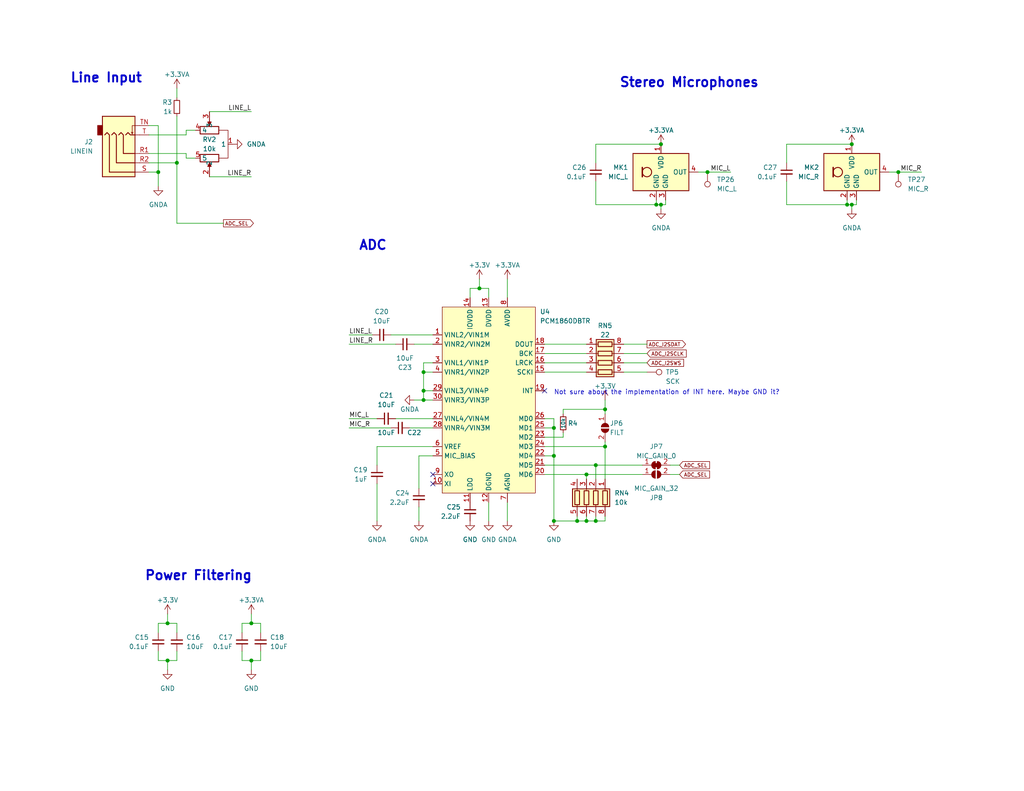
<source format=kicad_sch>
(kicad_sch (version 20230121) (generator eeschema)
  (paper "A")
  (title_block (title "pico_synth_sandbox - I2S ADC") (date "2023-11-30") (rev "2") (comment 3 "pico-synth-sandbox.dcdalrymple.com") (comment 4 "D Cooper Dalrymple"))
  (lib_symbols
    (symbol "Connector:TestPoint" (pin_numbers hide) (pin_names (offset 0.762) hide)
      (property "Reference" "TP" (at 0 6.858 0))
      (property "Value" "TestPoint" (at 0 5.08 0))
      (symbol "TestPoint_0_1"
        (circle (center 0 3.302) (radius 0.762))
      )
      (symbol "TestPoint_1_1"
        (pin passive line (at 0 0 90) (length 2.54) (name "1") (number "1"))
      )
    )
    (symbol "Connector_Audio:AudioJack4_SwitchT1"
      (property "Reference" "J" (at 0 11.43 0))
      (property "Value" "AudioJack4_SwitchT1" (at 0 8.89 0))
      (symbol "AudioJack4_SwitchT1_0_1"
        (rectangle (start -7.62 -5.08) (end -8.89 -7.62) (stroke (width 0.254)) (fill (type outline)))
        (polyline (pts (xy 1.27 -5.08) (xy 2.54 -5.08)))
        (polyline (pts (xy 1.27 2.54) (xy 2.54 2.54)))
        (polyline (pts (xy 2.54 0) (xy 1.27 0)))
        (polyline (pts (xy 2.54 5.08) (xy 1.27 5.08)))
        (rectangle (start 1.27 6.35) (end -7.62 -10.16) (stroke (width 0.254)) (fill (type background)))
      )
      (symbol "AudioJack4_SwitchT1_1_1"
        (polyline (pts (xy 0.508 -5.334) (xy 0.762 -5.842)))
        (polyline (pts (xy -1.27 -5.08) (xy -0.635 -5.715) (xy 0 -5.08) (xy 1.27 -5.08)) (stroke (width 0.254)))
        (polyline (pts (xy 2.54 -7.62) (xy 0.508 -7.62) (xy 0.508 -5.334) (xy 0.254 -5.842)))
        (polyline (pts (xy -3.175 -5.08) (xy -2.54 -5.715) (xy -1.905 -5.08) (xy -1.905 0) (xy 1.27 0)) (stroke (width 0.254)))
        (polyline (pts (xy 1.27 2.54) (xy -3.81 2.54) (xy -3.81 -5.08) (xy -4.445 -5.715) (xy -5.08 -5.08)) (stroke (width 0.254)))
        (polyline (pts (xy 1.27 5.08) (xy -5.715 5.08) (xy -5.715 -5.08) (xy -6.35 -5.715) (xy -6.985 -5.08)) (stroke (width 0.254)))
        (pin passive line (at 5.08 0 180) (length 2.54) (name "~") (number "R1"))
        (pin passive line (at 5.08 2.54 180) (length 2.54) (name "~") (number "R2"))
        (pin passive line (at 5.08 5.08 180) (length 2.54) (name "~") (number "S"))
        (pin passive line (at 5.08 -5.08 180) (length 2.54) (name "~") (number "T"))
        (pin passive line (at 5.08 -7.62 180) (length 2.54) (name "~") (number "TN"))
      )
    )
    (symbol "Device:C_Small" (pin_numbers hide) (pin_names (offset 0.254) hide)
      (property "Reference" "C" (at 0.254 1.778 0))
      (property "Value" "C_Small" (at 0.254 -2.032 0))
      (symbol "C_Small_0_1"
        (polyline (pts (xy -1.524 -0.508) (xy 1.524 -0.508)) (stroke (width 0.3302)))
        (polyline (pts (xy -1.524 0.508) (xy 1.524 0.508)) (stroke (width 0.3048)))
      )
      (symbol "C_Small_1_1"
        (pin passive line (at 0 2.54 270) (length 2.032) (name "~") (number "1"))
        (pin passive line (at 0 -2.54 90) (length 2.032) (name "~") (number "2"))
      )
    )
    (symbol "Device:R_Pack04" (pin_names (offset 0) hide)
      (property "Reference" "RN" (at -7.62 0 90))
      (property "Value" "R_Pack04" (at 5.08 0 90))
      (symbol "R_Pack04_0_1"
        (rectangle (start -6.35 -2.413) (end 3.81 2.413) (stroke (width 0.254)) (fill (type background)))
        (rectangle (start -5.715 1.905) (end -4.445 -1.905) (stroke (width 0.254)))
        (rectangle (start -3.175 1.905) (end -1.905 -1.905) (stroke (width 0.254)))
        (rectangle (start -0.635 1.905) (end 0.635 -1.905) (stroke (width 0.254)))
        (polyline (pts (xy -5.08 -2.54) (xy -5.08 -1.905)))
        (polyline (pts (xy -5.08 1.905) (xy -5.08 2.54)))
        (polyline (pts (xy -2.54 -2.54) (xy -2.54 -1.905)))
        (polyline (pts (xy -2.54 1.905) (xy -2.54 2.54)))
        (polyline (pts (xy 0 -2.54) (xy 0 -1.905)))
        (polyline (pts (xy 0 1.905) (xy 0 2.54)))
        (polyline (pts (xy 2.54 -2.54) (xy 2.54 -1.905)))
        (polyline (pts (xy 2.54 1.905) (xy 2.54 2.54)))
        (rectangle (start 1.905 1.905) (end 3.175 -1.905) (stroke (width 0.254)))
      )
      (symbol "R_Pack04_1_1"
        (pin passive line (at -5.08 -5.08 90) (length 2.54) (name "R1.1") (number "1"))
        (pin passive line (at -2.54 -5.08 90) (length 2.54) (name "R2.1") (number "2"))
        (pin passive line (at 0 -5.08 90) (length 2.54) (name "R3.1") (number "3"))
        (pin passive line (at 2.54 -5.08 90) (length 2.54) (name "R4.1") (number "4"))
        (pin passive line (at 2.54 5.08 270) (length 2.54) (name "R4.2") (number "5"))
        (pin passive line (at 0 5.08 270) (length 2.54) (name "R3.2") (number "6"))
        (pin passive line (at -2.54 5.08 270) (length 2.54) (name "R2.2") (number "7"))
        (pin passive line (at -5.08 5.08 270) (length 2.54) (name "R1.2") (number "8"))
      )
    )
    (symbol "Device:R_Small" (pin_numbers hide) (pin_names (offset 0.254) hide)
      (property "Reference" "R" (at 0.762 0.508 0))
      (property "Value" "R_Small" (at 0.762 -1.016 0))
      (symbol "R_Small_0_1"
        (rectangle (start -0.762 1.778) (end 0.762 -1.778) (stroke (width 0.2032)))
      )
      (symbol "R_Small_1_1"
        (pin passive line (at 0 2.54 270) (length 0.762) (name "~") (number "1"))
        (pin passive line (at 0 -2.54 90) (length 0.762) (name "~") (number "2"))
      )
    )
    (symbol "Jumper:SolderJumper_2_Bridged" (pin_names (offset 0) hide)
      (property "Reference" "JP" (at 0 2.032 0))
      (property "Value" "SolderJumper_2_Bridged" (at 0 -2.54 0))
      (symbol "SolderJumper_2_Bridged_0_1"
        (rectangle (start -0.508 0.508) (end 0.508 -0.508) (fill (type outline)))
        (arc (start -0.254 1.016) (mid -1.2656 0) (end -0.254 -1.016))
        (arc (start -0.254 1.016) (mid -1.2656 0) (end -0.254 -1.016) (fill (type outline)))
        (polyline (pts (xy -0.254 1.016) (xy -0.254 -1.016)))
        (polyline (pts (xy 0.254 1.016) (xy 0.254 -1.016)))
        (arc (start 0.254 -1.016) (mid 1.2656 0) (end 0.254 1.016))
        (arc (start 0.254 -1.016) (mid 1.2656 0) (end 0.254 1.016) (fill (type outline)))
      )
      (symbol "SolderJumper_2_Bridged_1_1"
        (pin passive line (at -3.81 0 0) (length 2.54) (name "A") (number "1"))
        (pin passive line (at 3.81 0 180) (length 2.54) (name "B") (number "2"))
      )
    )
    (symbol "Jumper:SolderJumper_2_Open" (pin_names (offset 0) hide)
      (property "Reference" "JP" (at 0 2.032 0))
      (property "Value" "SolderJumper_2_Open" (at 0 -2.54 0))
      (symbol "SolderJumper_2_Open_0_1"
        (arc (start -0.254 1.016) (mid -1.2656 0) (end -0.254 -1.016))
        (arc (start -0.254 1.016) (mid -1.2656 0) (end -0.254 -1.016) (fill (type outline)))
        (polyline (pts (xy -0.254 1.016) (xy -0.254 -1.016)))
        (polyline (pts (xy 0.254 1.016) (xy 0.254 -1.016)))
        (arc (start 0.254 -1.016) (mid 1.2656 0) (end 0.254 1.016))
        (arc (start 0.254 -1.016) (mid 1.2656 0) (end 0.254 1.016) (fill (type outline)))
      )
      (symbol "SolderJumper_2_Open_1_1"
        (pin passive line (at -3.81 0 0) (length 2.54) (name "A") (number "1"))
        (pin passive line (at 3.81 0 180) (length 2.54) (name "B") (number "2"))
      )
    )
    (symbol "pico_synth_sandbox:PCM1860DBTR"
      (property "Reference" "U" (at 13.97 24.13 0))
      (property "Value" "PCM1860DBTR" (at 13.97 21.59 0))
      (symbol "PCM1860DBTR_1_1"
        (rectangle (start -12.7 25.4) (end 12.7 -25.4) (fill (type background)))
        (pin input line (at -15.24 17.78 0) (length 2.54) (name "VINL2/VIN1M") (number "1"))
        (pin input line (at -15.24 -22.86 0) (length 2.54) (name "XI") (number "10"))
        (pin power_out line (at -5.08 -27.94 90) (length 2.54) (name "LDO") (number "11"))
        (pin power_in line (at 0 -27.94 90) (length 2.54) (name "DGND") (number "12"))
        (pin power_in line (at 0 27.94 270) (length 2.54) (name "DVDD") (number "13"))
        (pin power_in line (at -5.08 27.94 270) (length 2.54) (name "IOVDD") (number "14"))
        (pin input line (at 15.24 7.62 180) (length 2.54) (name "SCKI") (number "15"))
        (pin bidirectional line (at 15.24 10.16 180) (length 2.54) (name "LRCK") (number "16"))
        (pin bidirectional line (at 15.24 12.7 180) (length 2.54) (name "BCK") (number "17"))
        (pin output line (at 15.24 15.24 180) (length 2.54) (name "DOUT") (number "18"))
        (pin output line (at 15.24 2.54 180) (length 2.54) (name "INT") (number "19"))
        (pin input line (at -15.24 15.24 0) (length 2.54) (name "VINR2/VIN2M") (number "2"))
        (pin input line (at 15.24 -20.32 180) (length 2.54) (name "MD6") (number "20"))
        (pin input line (at 15.24 -17.78 180) (length 2.54) (name "MD5") (number "21"))
        (pin input line (at 15.24 -15.24 180) (length 2.54) (name "MD4") (number "22"))
        (pin input line (at 15.24 -10.16 180) (length 2.54) (name "MD2") (number "23"))
        (pin input line (at 15.24 -12.7 180) (length 2.54) (name "MD3") (number "24"))
        (pin input line (at 15.24 -7.62 180) (length 2.54) (name "MD1") (number "25"))
        (pin input line (at 15.24 -5.08 180) (length 2.54) (name "MD0") (number "26"))
        (pin input line (at -15.24 -5.08 0) (length 2.54) (name "VINL4/VIN4M") (number "27"))
        (pin input line (at -15.24 -7.62 0) (length 2.54) (name "VINR4/VIN3M") (number "28"))
        (pin input line (at -15.24 2.54 0) (length 2.54) (name "VINL3/VIN4P") (number "29"))
        (pin input line (at -15.24 10.16 0) (length 2.54) (name "VINL1/VIN1P") (number "3"))
        (pin input line (at -15.24 0 0) (length 2.54) (name "VINR3/VIN3P") (number "30"))
        (pin input line (at -15.24 7.62 0) (length 2.54) (name "VINR1/VIN2P") (number "4"))
        (pin power_out line (at -15.24 -15.24 0) (length 2.54) (name "MIC_BIAS") (number "5"))
        (pin power_out line (at -15.24 -12.7 0) (length 2.54) (name "VREF") (number "6"))
        (pin power_in line (at 5.08 -27.94 90) (length 2.54) (name "AGND") (number "7"))
        (pin power_in line (at 5.08 27.94 270) (length 2.54) (name "AVDD") (number "8"))
        (pin output line (at -15.24 -20.32 0) (length 2.54) (name "XO") (number "9"))
      )
    )
    (symbol "pico_synth_sandbox:RK10J12R0A0B"
      (property "Reference" "RV" (at 0 0 0))
      (property "Value" "?" (at 0 0 0))
      (symbol "RK10J12R0A0B_0_1"
        (rectangle (start -4.826 2.54) (end -2.794 -2.54) (stroke (width 0.254)))
        (polyline (pts (xy -6.35 0) (xy -5.334 0)))
        (polyline (pts (xy -6.35 0) (xy -5.334 0)))
        (polyline (pts (xy 6.35 0) (xy 5.334 0)))
        (polyline (pts (xy 6.35 0) (xy 5.334 0)))
        (polyline (pts (xy -4.953 0) (xy -6.096 -0.508) (xy -6.096 0.508) (xy -4.953 0)) (fill (type outline)))
        (polyline (pts (xy -3.81 -2.54) (xy -3.81 -5.08) (xy 3.81 -5.08) (xy 3.81 -2.54)))
        (polyline (pts (xy 4.953 0) (xy 6.096 0.508) (xy 6.096 -0.508) (xy 4.953 0)) (fill (type outline)))
        (rectangle (start 4.826 2.54) (end 2.794 -2.54) (stroke (width 0.254)))
      )
      (symbol "RK10J12R0A0B_1_1"
        (pin passive line (at 0 -6.35 90) (length 1.27) (name "1") (number "1"))
        (pin passive line (at -8.89 0 0) (length 2.54) (name "2") (number "2"))
        (pin passive line (at 8.89 0 180) (length 2.54) (name "3") (number "3"))
        (pin passive line (at 3.81 3.81 270) (length 1.27) (name "4") (number "4"))
        (pin passive line (at -3.81 3.81 270) (length 1.27) (name "5") (number "5"))
      )
    )
    (symbol "pico_synth_sandbox:SPU0410HR5H"
      (property "Reference" "MK" (at -7.62 6.35 0))
      (property "Value" "SPU0410HR5H-PB" (at 1.27 6.35 0))
      (symbol "SPU0410HR5H_1_1"
        (rectangle (start -7.62 5.08) (end 7.62 -5.08) (stroke (width 0.254)) (fill (type background)))
        (circle (center -3.81 0) (radius 1.27) (stroke (width 0.254)))
        (polyline (pts (xy -5.08 1.27) (xy -5.08 -1.27)) (stroke (width 0.381)))
        (pin power_in line (at 0 7.62 270) (length 2.54) (name "VDD") (number "1"))
        (pin power_in line (at -1.27 -7.62 90) (length 2.54) (name "GND") (number "2"))
        (pin power_in line (at 1.27 -7.62 90) (length 2.54) (name "GND") (number "3"))
        (pin output line (at 10.16 0 180) (length 2.54) (name "OUT") (number "4"))
      )
    )
    (symbol "power:+3.3V" (power) (pin_names (offset 0))
      (property "Value" "+3.3V" (at 0 3.556 0))
      (symbol "+3.3V_0_1"
        (polyline (pts (xy -0.762 1.27) (xy 0 2.54)))
        (polyline (pts (xy 0 0) (xy 0 2.54)))
        (polyline (pts (xy 0 2.54) (xy 0.762 1.27)))
      )
      (symbol "+3.3V_1_1"
        (pin power_in line (at 0 0 90) (length 0) hide (name "+3.3V") (number "1"))
      )
    )
    (symbol "power:+3.3VA" (power) (pin_names (offset 0))
      (property "Value" "+3.3VA" (at 0 3.556 0))
      (symbol "+3.3VA_0_1"
        (polyline (pts (xy -0.762 1.27) (xy 0 2.54)))
        (polyline (pts (xy 0 0) (xy 0 2.54)))
        (polyline (pts (xy 0 2.54) (xy 0.762 1.27)))
      )
      (symbol "+3.3VA_1_1"
        (pin power_in line (at 0 0 90) (length 0) hide (name "+3.3VA") (number "1"))
      )
    )
    (symbol "power:GND" (power) (pin_names (offset 0))
      (property "Value" "GND" (at 0 -3.81 0))
      (symbol "GND_0_1"
        (polyline (pts (xy 0 0) (xy 0 -1.27) (xy 1.27 -1.27) (xy 0 -2.54) (xy -1.27 -1.27) (xy 0 -1.27)))
      )
      (symbol "GND_1_1"
        (pin power_in line (at 0 0 270) (length 0) hide (name "GND") (number "1"))
      )
    )
    (symbol "power:GNDA" (power) (pin_names (offset 0))
      (property "Value" "GNDA" (at 0 -3.81 0))
      (symbol "GNDA_0_1"
        (polyline (pts (xy 0 0) (xy 0 -1.27) (xy 1.27 -1.27) (xy 0 -2.54) (xy -1.27 -1.27) (xy 0 -1.27)))
      )
      (symbol "GNDA_1_1"
        (pin power_in line (at 0 0 270) (length 0) hide (name "GNDA") (number "1"))
      )
    )
  )
  (junction (at 245.11 46.99))
  (junction (at 115.57 101.6))
  (junction (at 162.56 127))
  (junction (at 180.34 39.37))
  (junction (at 231.14 55.88))
  (junction (at 130.81 78.74))
  (junction (at 68.58 180.34))
  (junction (at 151.13 124.46))
  (junction (at 165.1 111.76))
  (junction (at 160.02 142.24))
  (junction (at 180.34 55.88))
  (junction (at 179.07 55.88))
  (junction (at 232.41 39.37))
  (junction (at 162.56 142.24))
  (junction (at 157.48 142.24))
  (junction (at 115.57 109.22))
  (junction (at 43.18 46.99))
  (junction (at 45.72 170.18))
  (junction (at 232.41 55.88))
  (junction (at 193.04 46.99))
  (junction (at 45.72 180.34))
  (junction (at 115.57 106.68))
  (junction (at 165.1 121.92))
  (junction (at 48.26 44.45))
  (junction (at 160.02 129.54))
  (junction (at 151.13 142.24))
  (junction (at 151.13 116.84))
  (junction (at 68.58 170.18))
  (no_connect (at 118.11 129.54))
  (no_connect (at 118.11 132.08))
  (no_connect (at 148.59 106.68))
  (wire (pts (xy 43.18 180.34) (xy 43.18 177.8)))
  (wire (pts (xy 162.56 55.88) (xy 179.07 55.88)))
  (wire (pts (xy 43.18 170.18) (xy 43.18 172.72)))
  (wire (pts (xy 231.14 55.88) (xy 232.41 55.88)))
  (wire (pts (xy 162.56 127) (xy 162.56 130.81)))
  (wire (pts (xy 160.02 129.54) (xy 175.26 129.54)))
  (wire (pts (xy 68.58 180.34) (xy 71.12 180.34)))
  (wire (pts (xy 148.59 114.3) (xy 151.13 114.3)))
  (wire (pts (xy 153.67 111.76) (xy 165.1 111.76)))
  (wire (pts (xy 118.11 99.06) (xy 115.57 99.06)))
  (wire (pts (xy 48.26 180.34) (xy 48.26 177.8)))
  (wire (pts (xy 48.26 170.18) (xy 48.26 172.72)))
  (wire (pts (xy 157.48 140.97) (xy 157.48 142.24)))
  (wire (pts (xy 153.67 118.11) (xy 153.67 119.38)))
  (wire (pts (xy 165.1 142.24) (xy 165.1 140.97)))
  (wire (pts (xy 151.13 116.84) (xy 151.13 124.46)))
  (wire (pts (xy 43.18 34.29) (xy 43.18 46.99)))
  (wire (pts (xy 231.14 54.61) (xy 231.14 55.88)))
  (wire (pts (xy 68.58 180.34) (xy 66.04 180.34)))
  (wire (pts (xy 180.34 39.37) (xy 162.56 39.37)))
  (wire (pts (xy 233.68 55.88) (xy 233.68 54.61)))
  (wire (pts (xy 68.58 180.34) (xy 68.58 182.88)))
  (wire (pts (xy 162.56 140.97) (xy 162.56 142.24)))
  (wire (pts (xy 151.13 116.84) (xy 148.59 116.84)))
  (wire (pts (xy 45.72 180.34) (xy 45.72 182.88)))
  (wire (pts (xy 232.41 55.88) (xy 233.68 55.88)))
  (wire (pts (xy 95.25 114.3) (xy 102.87 114.3)))
  (wire (pts (xy 115.57 101.6) (xy 115.57 106.68)))
  (wire (pts (xy 148.59 129.54) (xy 160.02 129.54)))
  (wire (pts (xy 68.58 170.18) (xy 71.12 170.18)))
  (wire (pts (xy 162.56 142.24) (xy 165.1 142.24)))
  (wire (pts (xy 48.26 31.75) (xy 48.26 44.45)))
  (wire (pts (xy 193.04 46.99) (xy 199.39 46.99)))
  (wire (pts (xy 148.59 96.52) (xy 160.02 96.52)))
  (wire (pts (xy 111.76 116.84) (xy 118.11 116.84)))
  (wire (pts (xy 128.27 78.74) (xy 128.27 81.28)))
  (wire (pts (xy 138.43 76.2) (xy 138.43 81.28)))
  (wire (pts (xy 162.56 127) (xy 175.26 127)))
  (wire (pts (xy 130.81 76.2) (xy 130.81 78.74)))
  (wire (pts (xy 102.87 132.08) (xy 102.87 142.24)))
  (wire (pts (xy 170.18 99.06) (xy 176.53 99.06)))
  (wire (pts (xy 180.34 55.88) (xy 180.34 57.15)))
  (wire (pts (xy 118.11 101.6) (xy 115.57 101.6)))
  (wire (pts (xy 40.64 34.29) (xy 43.18 34.29)))
  (wire (pts (xy 148.59 99.06) (xy 160.02 99.06)))
  (wire (pts (xy 43.18 170.18) (xy 45.72 170.18)))
  (wire (pts (xy 95.25 116.84) (xy 106.68 116.84)))
  (wire (pts (xy 214.63 44.45) (xy 214.63 39.37)))
  (wire (pts (xy 151.13 114.3) (xy 151.13 116.84)))
  (wire (pts (xy 165.1 121.92) (xy 165.1 130.81)))
  (wire (pts (xy 242.57 46.99) (xy 245.11 46.99)))
  (wire (pts (xy 48.26 24.13) (xy 48.26 26.67)))
  (wire (pts (xy 180.34 55.88) (xy 181.61 55.88)))
  (wire (pts (xy 40.64 36.83) (xy 50.8 36.83)))
  (wire (pts (xy 45.72 180.34) (xy 48.26 180.34)))
  (wire (pts (xy 148.59 127) (xy 162.56 127)))
  (wire (pts (xy 157.48 142.24) (xy 151.13 142.24)))
  (wire (pts (xy 148.59 119.38) (xy 153.67 119.38)))
  (wire (pts (xy 45.72 180.34) (xy 43.18 180.34)))
  (wire (pts (xy 162.56 39.37) (xy 162.56 44.45)))
  (wire (pts (xy 153.67 111.76) (xy 153.67 113.03)))
  (wire (pts (xy 106.68 91.44) (xy 118.11 91.44)))
  (wire (pts (xy 66.04 170.18) (xy 66.04 172.72)))
  (wire (pts (xy 182.88 127) (xy 185.42 127)))
  (wire (pts (xy 170.18 101.6) (xy 176.53 101.6)))
  (wire (pts (xy 40.64 46.99) (xy 43.18 46.99)))
  (wire (pts (xy 102.87 121.92) (xy 102.87 127)))
  (wire (pts (xy 114.3 133.35) (xy 114.3 124.46)))
  (wire (pts (xy 71.12 170.18) (xy 71.12 172.72)))
  (wire (pts (xy 148.59 93.98) (xy 160.02 93.98)))
  (wire (pts (xy 115.57 99.06) (xy 115.57 101.6)))
  (wire (pts (xy 232.41 55.88) (xy 232.41 57.15)))
  (wire (pts (xy 170.18 96.52) (xy 176.53 96.52)))
  (wire (pts (xy 165.1 111.76) (xy 165.1 113.03)))
  (wire (pts (xy 48.26 44.45) (xy 48.26 60.96)))
  (wire (pts (xy 182.88 129.54) (xy 185.42 129.54)))
  (wire (pts (xy 45.72 167.64) (xy 45.72 170.18)))
  (wire (pts (xy 118.11 106.68) (xy 115.57 106.68)))
  (wire (pts (xy 133.35 78.74) (xy 133.35 81.28)))
  (wire (pts (xy 179.07 54.61) (xy 179.07 55.88)))
  (wire (pts (xy 214.63 39.37) (xy 232.41 39.37)))
  (wire (pts (xy 50.8 41.91) (xy 50.8 43.18)))
  (wire (pts (xy 57.15 48.26) (xy 68.58 48.26)))
  (wire (pts (xy 66.04 180.34) (xy 66.04 177.8)))
  (wire (pts (xy 66.04 170.18) (xy 68.58 170.18)))
  (wire (pts (xy 50.8 36.83) (xy 50.8 35.56)))
  (wire (pts (xy 40.64 44.45) (xy 48.26 44.45)))
  (wire (pts (xy 95.25 93.98) (xy 107.95 93.98)))
  (wire (pts (xy 151.13 124.46) (xy 151.13 142.24)))
  (wire (pts (xy 113.03 93.98) (xy 118.11 93.98)))
  (wire (pts (xy 48.26 60.96) (xy 60.96 60.96)))
  (wire (pts (xy 130.81 78.74) (xy 128.27 78.74)))
  (wire (pts (xy 107.95 114.3) (xy 118.11 114.3)))
  (wire (pts (xy 115.57 106.68) (xy 115.57 109.22)))
  (wire (pts (xy 113.03 109.22) (xy 115.57 109.22)))
  (wire (pts (xy 165.1 111.76) (xy 165.1 109.22)))
  (wire (pts (xy 45.72 170.18) (xy 48.26 170.18)))
  (wire (pts (xy 160.02 142.24) (xy 157.48 142.24)))
  (wire (pts (xy 245.11 46.99) (xy 251.46 46.99)))
  (wire (pts (xy 115.57 109.22) (xy 118.11 109.22)))
  (wire (pts (xy 165.1 120.65) (xy 165.1 121.92)))
  (wire (pts (xy 148.59 101.6) (xy 160.02 101.6)))
  (wire (pts (xy 162.56 49.53) (xy 162.56 55.88)))
  (wire (pts (xy 50.8 35.56) (xy 53.34 35.56)))
  (wire (pts (xy 179.07 55.88) (xy 180.34 55.88)))
  (wire (pts (xy 95.25 91.44) (xy 101.6 91.44)))
  (wire (pts (xy 114.3 124.46) (xy 118.11 124.46)))
  (wire (pts (xy 148.59 121.92) (xy 165.1 121.92)))
  (wire (pts (xy 160.02 129.54) (xy 160.02 130.81)))
  (wire (pts (xy 190.5 46.99) (xy 193.04 46.99)))
  (wire (pts (xy 43.18 46.99) (xy 43.18 50.8)))
  (wire (pts (xy 170.18 93.98) (xy 176.53 93.98)))
  (wire (pts (xy 71.12 180.34) (xy 71.12 177.8)))
  (wire (pts (xy 68.58 167.64) (xy 68.58 170.18)))
  (wire (pts (xy 114.3 138.43) (xy 114.3 142.24)))
  (wire (pts (xy 133.35 142.24) (xy 133.35 137.16)))
  (wire (pts (xy 231.14 55.88) (xy 214.63 55.88)))
  (wire (pts (xy 160.02 140.97) (xy 160.02 142.24)))
  (wire (pts (xy 57.15 30.48) (xy 68.58 30.48)))
  (wire (pts (xy 148.59 124.46) (xy 151.13 124.46)))
  (wire (pts (xy 118.11 121.92) (xy 102.87 121.92)))
  (wire (pts (xy 50.8 43.18) (xy 53.34 43.18)))
  (wire (pts (xy 181.61 55.88) (xy 181.61 54.61)))
  (wire (pts (xy 130.81 78.74) (xy 133.35 78.74)))
  (wire (pts (xy 160.02 142.24) (xy 162.56 142.24)))
  (wire (pts (xy 214.63 55.88) (xy 214.63 49.53)))
  (wire (pts (xy 138.43 142.24) (xy 138.43 137.16)))
  (wire (pts (xy 40.64 41.91) (xy 50.8 41.91)))
  (text "Stereo Microphones" (at 168.91 24.13 0) (effects (font (size 2.54 2.54) (thickness 0.508) bold) (justify left bottom)))
  (text "ADC" (at 97.79 68.58 0) (effects (font (size 2.54 2.54) (thickness 0.508) bold) (justify left bottom)))
  (text "Line Input" (at 19.05 22.86 0) (effects (font (size 2.54 2.54) (thickness 0.508) bold) (justify left bottom)))
  (text "Not sure about the implementation of INT here. Maybe GND it?" (at 151.13 107.95 0) (effects (font (size 1.27 1.27)) (justify left bottom)))
  (text "Power Filtering" (at 39.37 158.75 0) (effects (font (size 2.54 2.54) (thickness 0.508) bold) (justify left bottom)))
  (label "MIC_R" (at 251.46 46.99 180))
  (label "LINE_L" (at 95.25 91.44 0))
  (label "LINE_R" (at 95.25 93.98 0))
  (label "MIC_L" (at 95.25 114.3 0))
  (label "LINE_R" (at 68.58 48.26 180))
  (label "MIC_R" (at 95.25 116.84 0))
  (label "MIC_L" (at 199.39 46.99 180))
  (label "LINE_L" (at 68.58 30.48 180))
  (global_label "ADC_I2SDAT" (shape output) (at 176.53 93.98 0) (effects (font (size 1 1))) (property "Intersheetrefs" "${INTERSHEET_REFS}" (effects hide)))
  (global_label "ADC_SEL" (shape input) (at 185.42 129.54 0) (effects (font (size 1 1))) (property "Intersheetrefs" "${INTERSHEET_REFS}" (effects hide)))
  (global_label "ADC_I2SWS" (shape input) (at 176.53 99.06 0) (effects (font (size 1 1))) (property "Intersheetrefs" "${INTERSHEET_REFS}" (effects hide)))
  (global_label "ADC_SEL" (shape output) (at 60.96 60.96 0) (effects (font (size 1 1))) (property "Intersheetrefs" "${INTERSHEET_REFS}" (effects hide)))
  (global_label "ADC_SEL" (shape input) (at 185.42 127 0) (effects (font (size 1 1))) (property "Intersheetrefs" "${INTERSHEET_REFS}" (effects hide)))
  (global_label "ADC_I2SCLK" (shape input) (at 176.53 96.52 0) (effects (font (size 1 1))) (property "Intersheetrefs" "${INTERSHEET_REFS}" (effects hide)))
  (symbol (lib_id "power:GND") (at 151.13 142.24 0) (unit 1)
    (property "Reference" "#PWR075" (effects hide))
    (property "Value" "GND" (at 151.13 147.32 0))
  )
  (symbol (lib_id "power:+3.3V") (at 130.81 76.2 0) (unit 1)
    (property "Reference" "#PWR071" (effects hide))
    (property "Value" "+3.3V" (at 130.81 72.39 0))
  )
  (symbol (lib_id "power:GND") (at 68.58 182.88 0) (unit 1)
    (property "Reference" "#PWR066" (effects hide))
    (property "Value" "GND" (at 68.58 187.96 0))
  )
  (symbol (lib_id "power:+3.3VA") (at 138.43 76.2 0) (unit 1)
    (property "Reference" "#PWR073" (effects hide))
    (property "Value" "+3.3VA" (at 138.43 72.39 0))
  )
  (symbol (lib_id "Connector_Audio:AudioJack4_SwitchT1") (at 35.56 41.91 0) (mirror x) (unit 1)
    (property "Reference" "J2" (at 25.4 38.735 0) (effects (justify right)))
    (property "Value" "LINEIN" (at 25.4 41.275 0) (effects (justify right)))
    (property "Footprint" "pico_synth_sandbox:Jack_3.5mm_PJ327A_Horizontal" (effects hide))
  )
  (symbol (lib_id "Device:C_Small") (at 214.63 46.99 0) (unit 1)
    (property "Reference" "C27" (at 212.09 45.7263 0) (effects (justify right)))
    (property "Value" "0.1uF" (at 212.09 48.2663 0) (effects (justify right)))
    (property "Footprint" "Capacitor_SMD:C_0805_2012Metric_Pad1.18x1.45mm_HandSolder" (effects hide))
  )
  (symbol (lib_id "power:+3.3VA") (at 48.26 24.13 0) (unit 1)
    (property "Reference" "#PWR063" (effects hide))
    (property "Value" "+3.3VA" (at 48.26 20.32 0))
  )
  (symbol (lib_id "pico_synth_sandbox:PCM1860DBTR") (at 133.35 109.22 0) (unit 1)
    (property "Reference" "U4" (at 147.32 85.09 0) (effects (justify left)))
    (property "Value" "PCM1860DBTR" (at 147.32 87.63 0) (effects (justify left)))
    (property "Footprint" "Package_SO:TSSOP-30_4.4x7.8mm_P0.5mm" (effects hide))
  )
  (symbol (lib_id "Connector:TestPoint") (at 193.04 46.99 180) (unit 1)
    (property "Reference" "TP26" (at 195.58 49.022 0) (effects (justify right)))
    (property "Value" "MIC_L" (at 195.58 51.562 0) (effects (justify right)))
    (property "Footprint" "TestPoint:TestPoint_Pad_D2.0mm" (effects hide))
  )
  (symbol (lib_id "pico_synth_sandbox:RK10J12R0A0B") (at 57.15 39.37 90) (unit 1)
    (property "Reference" "RV2" (at 57.15 38.1 90))
    (property "Value" "10k" (at 57.15 40.64 90))
    (property "Footprint" "pico_synth_sandbox:RK10J12R0A0B" (effects hide))
    (property "Datasheet" "https://www.mouser.com/datasheet/2/15/RKJ1-1370680.pdf" (effects hide))
  )
  (symbol (lib_id "Device:C_Small") (at 105.41 114.3 90) (unit 1)
    (property "Reference" "C21" (at 105.41 107.95 90))
    (property "Value" "10uF" (at 105.41 110.49 90))
    (property "Footprint" "Capacitor_SMD:C_0805_2012Metric_Pad1.18x1.45mm_HandSolder" (effects hide))
  )
  (symbol (lib_id "Connector:TestPoint") (at 176.53 101.6 270) (mirror x) (unit 1)
    (property "Reference" "TP5" (at 181.61 101.6 90) (effects (justify left)))
    (property "Value" "SCK" (at 181.61 104.14 90) (effects (justify left)))
    (property "Footprint" "TestPoint:TestPoint_Pad_D2.0mm" (effects hide))
  )
  (symbol (lib_id "power:+3.3VA") (at 68.58 167.64 0) (unit 1)
    (property "Reference" "#PWR065" (effects hide))
    (property "Value" "+3.3VA" (at 68.58 163.83 0))
  )
  (symbol (lib_id "pico_synth_sandbox:SPU0410HR5H") (at 232.41 46.99 0) (unit 1)
    (property "Reference" "MK2" (at 223.52 45.72 0) (effects (justify right)))
    (property "Value" "MIC_R" (at 223.52 48.26 0) (effects (justify right)))
    (property "Footprint" "pico_synth_sandbox:Knowles_SPU0410HR5H-PB_3.76x2.95mm" (effects hide))
    (property "Datasheet" "https://www.knowles.com/docs/default-source/model-downloads/spu0410hr5h-pb-revh18421a731dff6ddbb37cff0000940c19.pdf?Status=Master&sfvrsn=f0bd77b1_4" (effects hide))
  )
  (symbol (lib_id "power:GND") (at 128.27 142.24 0) (unit 1)
    (property "Reference" "#PWR070" (effects hide))
    (property "Value" "GND" (at 128.27 147.32 0))
  )
  (symbol (lib_id "Device:C_Small") (at 48.26 175.26 0) (mirror y) (unit 1)
    (property "Reference" "C16" (at 50.8 173.9963 0) (effects (justify right)))
    (property "Value" "10uF" (at 50.8 176.5363 0) (effects (justify right)))
    (property "Footprint" "Capacitor_SMD:C_0805_2012Metric_Pad1.18x1.45mm_HandSolder" (effects hide))
  )
  (symbol (lib_id "power:GNDA") (at 180.34 57.15 0) (unit 1)
    (property "Reference" "#PWR078" (effects hide))
    (property "Value" "GNDA" (at 180.34 62.23 0))
  )
  (symbol (lib_id "power:+3.3V") (at 165.1 109.22 0) (unit 1)
    (property "Reference" "#PWR076" (effects hide))
    (property "Value" "+3.3V" (at 165.1 105.41 0))
  )
  (symbol (lib_id "power:GNDA") (at 113.03 109.22 270) (unit 1)
    (property "Reference" "#PWR068" (effects hide))
    (property "Value" "GNDA" (at 111.76 111.76 90))
  )
  (symbol (lib_id "Device:C_Small") (at 66.04 175.26 0) (mirror y) (unit 1)
    (property "Reference" "C17" (at 63.5 173.9963 0) (effects (justify left)))
    (property "Value" "0.1uF" (at 63.5 176.5363 0) (effects (justify left)))
    (property "Footprint" "Capacitor_SMD:C_0805_2012Metric_Pad1.18x1.45mm_HandSolder" (effects hide))
  )
  (symbol (lib_id "Jumper:SolderJumper_2_Open") (at 165.1 116.84 270) (unit 1)
    (property "Reference" "JP6" (at 166.37 115.57 90) (effects (justify left)))
    (property "Value" "FILT" (at 166.37 118.11 90) (effects (justify left)))
    (property "Footprint" "Jumper:SolderJumper-2_P1.3mm_Open_RoundedPad1.0x1.5mm" (effects hide))
  )
  (symbol (lib_id "power:GNDA") (at 43.18 50.8 0) (unit 1)
    (property "Reference" "#PWR060" (effects hide))
    (property "Value" "GNDA" (at 43.18 55.88 0))
  )
  (symbol (lib_id "Device:C_Small") (at 110.49 93.98 90) (mirror x) (unit 1)
    (property "Reference" "C23" (at 110.4963 100.33 90))
    (property "Value" "10uF" (at 110.4963 97.79 90))
    (property "Footprint" "Capacitor_SMD:C_0805_2012Metric_Pad1.18x1.45mm_HandSolder" (effects hide))
  )
  (symbol (lib_id "power:+3.3VA") (at 232.41 39.37 0) (unit 1)
    (property "Reference" "#PWR079" (effects hide))
    (property "Value" "+3.3VA" (at 232.41 35.56 0))
  )
  (symbol (lib_id "Jumper:SolderJumper_2_Bridged") (at 179.07 127 0) (unit 1)
    (property "Reference" "JP7" (at 179.07 121.92 0))
    (property "Value" "MIC_GAIN_0" (at 179.07 124.46 0))
    (property "Footprint" "Jumper:SolderJumper-2_P1.3mm_Bridged_RoundedPad1.0x1.5mm" (effects hide))
  )
  (symbol (lib_id "power:GNDA") (at 138.43 142.24 0) (unit 1)
    (property "Reference" "#PWR074" (effects hide))
    (property "Value" "GNDA" (at 138.43 147.32 0))
  )
  (symbol (lib_id "Device:R_Small") (at 48.26 29.21 0) (mirror y) (unit 1)
    (property "Reference" "R3" (at 46.99 27.94 0) (effects (justify left)))
    (property "Value" "1k" (at 46.99 30.48 0) (effects (justify left)))
    (property "Footprint" "Resistor_SMD:R_0805_2012Metric_Pad1.20x1.40mm_HandSolder" (effects hide))
  )
  (symbol (lib_id "Connector:TestPoint") (at 245.11 46.99 180) (unit 1)
    (property "Reference" "TP27" (at 247.65 49.022 0) (effects (justify right)))
    (property "Value" "MIC_R" (at 247.65 51.562 0) (effects (justify right)))
    (property "Footprint" "TestPoint:TestPoint_Pad_D2.0mm" (effects hide))
  )
  (symbol (lib_id "Device:C_Small") (at 43.18 175.26 0) (mirror y) (unit 1)
    (property "Reference" "C15" (at 40.64 173.9963 0) (effects (justify left)))
    (property "Value" "0.1uF" (at 40.64 176.5363 0) (effects (justify left)))
    (property "Footprint" "Capacitor_SMD:C_0805_2012Metric_Pad1.18x1.45mm_HandSolder" (effects hide))
  )
  (symbol (lib_id "power:GNDA") (at 63.5 39.37 90) (unit 1)
    (property "Reference" "#PWR064" (effects hide))
    (property "Value" "GNDA" (at 67.31 39.37 90) (effects (justify right)))
  )
  (symbol (lib_id "pico_synth_sandbox:SPU0410HR5H") (at 180.34 46.99 0) (unit 1)
    (property "Reference" "MK1" (at 171.45 45.72 0) (effects (justify right)))
    (property "Value" "MIC_L" (at 171.45 48.26 0) (effects (justify right)))
    (property "Footprint" "pico_synth_sandbox:Knowles_SPU0410HR5H-PB_3.76x2.95mm" (effects hide))
    (property "Datasheet" "https://www.knowles.com/docs/default-source/model-downloads/spu0410hr5h-pb-revh18421a731dff6ddbb37cff0000940c19.pdf?Status=Master&sfvrsn=f0bd77b1_4" (effects hide))
  )
  (symbol (lib_id "Device:C_Small") (at 128.27 139.7 0) (unit 1)
    (property "Reference" "C25" (at 125.73 138.4363 0) (effects (justify right)))
    (property "Value" "2.2uF" (at 125.73 140.9763 0) (effects (justify right)))
    (property "Footprint" "Capacitor_SMD:C_0805_2012Metric_Pad1.18x1.45mm_HandSolder" (effects hide))
  )
  (symbol (lib_id "power:GND") (at 133.35 142.24 0) (unit 1)
    (property "Reference" "#PWR072" (effects hide))
    (property "Value" "GND" (at 133.35 147.32 0))
  )
  (symbol (lib_id "power:GNDA") (at 114.3 142.24 0) (unit 1)
    (property "Reference" "#PWR069" (effects hide))
    (property "Value" "GNDA" (at 114.3 147.32 0))
  )
  (symbol (lib_id "Device:R_Pack04") (at 160.02 135.89 180) (unit 1)
    (property "Reference" "RN4" (at 167.64 134.62 0) (effects (justify right)))
    (property "Value" "10k" (at 167.64 137.16 0) (effects (justify right)))
    (property "Footprint" "Resistor_SMD:R_Array_Convex_4x1206" (effects hide))
  )
  (symbol (lib_id "power:GNDA") (at 232.41 57.15 0) (unit 1)
    (property "Reference" "#PWR080" (effects hide))
    (property "Value" "GNDA" (at 232.41 62.23 0))
  )
  (symbol (lib_id "Device:C_Small") (at 109.22 116.84 90) (unit 1)
    (property "Reference" "C22" (at 113.03 118.11 90))
    (property "Value" "10uF" (at 105.41 118.11 90))
    (property "Footprint" "Capacitor_SMD:C_0805_2012Metric_Pad1.18x1.45mm_HandSolder" (effects hide))
  )
  (symbol (lib_id "Device:C_Small") (at 102.87 129.54 0) (unit 1)
    (property "Reference" "C19" (at 100.33 128.2763 0) (effects (justify right)))
    (property "Value" "1uF" (at 100.33 130.8163 0) (effects (justify right)))
    (property "Footprint" "Capacitor_SMD:C_0805_2012Metric_Pad1.18x1.45mm_HandSolder" (effects hide))
  )
  (symbol (lib_id "Device:C_Small") (at 162.56 46.99 0) (unit 1)
    (property "Reference" "C26" (at 160.02 45.7263 0) (effects (justify right)))
    (property "Value" "0.1uF" (at 160.02 48.2663 0) (effects (justify right)))
    (property "Footprint" "Capacitor_SMD:C_0805_2012Metric_Pad1.18x1.45mm_HandSolder" (effects hide))
  )
  (symbol (lib_id "power:GND") (at 45.72 182.88 0) (unit 1)
    (property "Reference" "#PWR062" (effects hide))
    (property "Value" "GND" (at 45.72 187.96 0))
  )
  (symbol (lib_id "Device:R_Pack04") (at 165.1 99.06 270) (unit 1)
    (property "Reference" "RN5" (at 165.1 88.9 90))
    (property "Value" "22" (at 165.1 91.44 90))
    (property "Footprint" "Resistor_SMD:R_Array_Convex_4x1206" (effects hide))
  )
  (symbol (lib_id "Device:C_Small") (at 71.12 175.26 0) (mirror y) (unit 1)
    (property "Reference" "C18" (at 73.66 173.9963 0) (effects (justify right)))
    (property "Value" "10uF" (at 73.66 176.5363 0) (effects (justify right)))
    (property "Footprint" "Capacitor_SMD:C_0805_2012Metric_Pad1.18x1.45mm_HandSolder" (effects hide))
  )
  (symbol (lib_id "Jumper:SolderJumper_2_Open") (at 179.07 129.54 0) (mirror x) (unit 1)
    (property "Reference" "JP8" (at 179.07 135.89 0))
    (property "Value" "MIC_GAIN_32" (at 179.07 133.35 0))
    (property "Footprint" "Jumper:SolderJumper-2_P1.3mm_Open_RoundedPad1.0x1.5mm" (effects hide))
  )
  (symbol (lib_id "power:+3.3VA") (at 180.34 39.37 0) (unit 1)
    (property "Reference" "#PWR077" (effects hide))
    (property "Value" "+3.3VA" (at 180.34 35.56 0))
  )
  (symbol (lib_id "power:+3.3V") (at 45.72 167.64 0) (unit 1)
    (property "Reference" "#PWR061" (effects hide))
    (property "Value" "+3.3V" (at 45.72 163.83 0))
  )
  (symbol (lib_id "Device:R_Small") (at 153.67 115.57 0) (unit 1)
    (property "Reference" "R4" (at 154.94 115.57 0) (effects (justify left)))
    (property "Value" "10k" (at 153.67 115.57 90) (effects (font (size 1 1))))
    (property "Footprint" "Resistor_SMD:R_0805_2012Metric_Pad1.20x1.40mm_HandSolder" (effects hide))
  )
  (symbol (lib_id "Device:C_Small") (at 104.14 91.44 90) (unit 1)
    (property "Reference" "C20" (at 104.1463 85.09 90))
    (property "Value" "10uF" (at 104.1463 87.63 90))
    (property "Footprint" "Capacitor_SMD:C_0805_2012Metric_Pad1.18x1.45mm_HandSolder" (effects hide))
  )
  (symbol (lib_id "power:GNDA") (at 102.87 142.24 0) (unit 1)
    (property "Reference" "#PWR067" (effects hide))
    (property "Value" "GNDA" (at 102.87 147.32 0))
  )
  (symbol (lib_id "Device:C_Small") (at 114.3 135.89 0) (unit 1)
    (property "Reference" "C24" (at 111.76 134.6263 0) (effects (justify right)))
    (property "Value" "2.2uF" (at 111.76 137.1663 0) (effects (justify right)))
    (property "Footprint" "Capacitor_SMD:C_0805_2012Metric_Pad1.18x1.45mm_HandSolder" (effects hide))
  )
)
</source>
